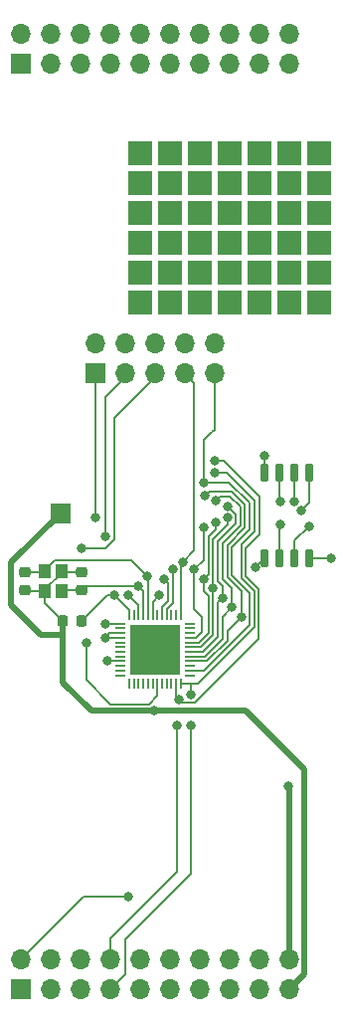
<source format=gbr>
G04 #@! TF.GenerationSoftware,KiCad,Pcbnew,5.99.0-unknown-3100cd3599~128~ubuntu20.04.1*
G04 #@! TF.CreationDate,2021-06-01T14:38:40+02:00*
G04 #@! TF.ProjectId,esp32,65737033-322e-46b6-9963-61645f706362,rev?*
G04 #@! TF.SameCoordinates,Original*
G04 #@! TF.FileFunction,Copper,L1,Top*
G04 #@! TF.FilePolarity,Positive*
%FSLAX46Y46*%
G04 Gerber Fmt 4.6, Leading zero omitted, Abs format (unit mm)*
G04 Created by KiCad (PCBNEW 5.99.0-unknown-3100cd3599~128~ubuntu20.04.1) date 2021-06-01 14:38:40*
%MOMM*%
%LPD*%
G01*
G04 APERTURE LIST*
G04 Aperture macros list*
%AMRoundRect*
0 Rectangle with rounded corners*
0 $1 Rounding radius*
0 $2 $3 $4 $5 $6 $7 $8 $9 X,Y pos of 4 corners*
0 Add a 4 corners polygon primitive as box body*
4,1,4,$2,$3,$4,$5,$6,$7,$8,$9,$2,$3,0*
0 Add four circle primitives for the rounded corners*
1,1,$1+$1,$2,$3*
1,1,$1+$1,$4,$5*
1,1,$1+$1,$6,$7*
1,1,$1+$1,$8,$9*
0 Add four rect primitives between the rounded corners*
20,1,$1+$1,$2,$3,$4,$5,0*
20,1,$1+$1,$4,$5,$6,$7,0*
20,1,$1+$1,$6,$7,$8,$9,0*
20,1,$1+$1,$8,$9,$2,$3,0*%
G04 Aperture macros list end*
G04 #@! TA.AperFunction,SMDPad,CuDef*
%ADD10RoundRect,0.150000X-0.150000X0.650000X-0.150000X-0.650000X0.150000X-0.650000X0.150000X0.650000X0*%
G04 #@! TD*
G04 #@! TA.AperFunction,ComponentPad*
%ADD11R,2.000000X2.000000*%
G04 #@! TD*
G04 #@! TA.AperFunction,SMDPad,CuDef*
%ADD12R,1.000000X1.150000*%
G04 #@! TD*
G04 #@! TA.AperFunction,ComponentPad*
%ADD13R,1.700000X1.700000*%
G04 #@! TD*
G04 #@! TA.AperFunction,ComponentPad*
%ADD14O,1.700000X1.700000*%
G04 #@! TD*
G04 #@! TA.AperFunction,SMDPad,CuDef*
%ADD15RoundRect,0.050000X-0.350000X-0.050000X0.350000X-0.050000X0.350000X0.050000X-0.350000X0.050000X0*%
G04 #@! TD*
G04 #@! TA.AperFunction,SMDPad,CuDef*
%ADD16RoundRect,0.050000X-0.050000X-0.350000X0.050000X-0.350000X0.050000X0.350000X-0.050000X0.350000X0*%
G04 #@! TD*
G04 #@! TA.AperFunction,SMDPad,CuDef*
%ADD17R,4.300000X4.300000*%
G04 #@! TD*
G04 #@! TA.AperFunction,SMDPad,CuDef*
%ADD18RoundRect,0.225000X0.250000X-0.225000X0.250000X0.225000X-0.250000X0.225000X-0.250000X-0.225000X0*%
G04 #@! TD*
G04 #@! TA.AperFunction,SMDPad,CuDef*
%ADD19RoundRect,0.225000X0.225000X0.250000X-0.225000X0.250000X-0.225000X-0.250000X0.225000X-0.250000X0*%
G04 #@! TD*
G04 #@! TA.AperFunction,ViaPad*
%ADD20C,0.800000*%
G04 #@! TD*
G04 #@! TA.AperFunction,Conductor*
%ADD21C,0.200000*%
G04 #@! TD*
G04 #@! TA.AperFunction,Conductor*
%ADD22C,0.500000*%
G04 #@! TD*
G04 #@! TA.AperFunction,Conductor*
%ADD23C,0.250000*%
G04 #@! TD*
G04 APERTURE END LIST*
D10*
X75405000Y-111000000D03*
X74135000Y-111000000D03*
X72865000Y-111000000D03*
X71595000Y-111000000D03*
X71595000Y-118200000D03*
X72865000Y-118200000D03*
X74135000Y-118200000D03*
X75405000Y-118200000D03*
D11*
X76200000Y-83820000D03*
X60960000Y-86360000D03*
X73660000Y-83820000D03*
X66040000Y-96520000D03*
X63500000Y-86360000D03*
X71120000Y-83820000D03*
X60960000Y-96520000D03*
X68580000Y-96520000D03*
X66040000Y-86360000D03*
X68580000Y-83820000D03*
X63500000Y-96520000D03*
X71120000Y-96520000D03*
X68580000Y-93980000D03*
X68580000Y-86360000D03*
X66040000Y-83820000D03*
X76200000Y-96520000D03*
X73660000Y-96520000D03*
X71120000Y-93980000D03*
X71120000Y-86360000D03*
X63500000Y-83820000D03*
X60960000Y-93980000D03*
X66040000Y-93980000D03*
X60960000Y-91440000D03*
X73660000Y-86360000D03*
X60960000Y-83820000D03*
X63500000Y-93980000D03*
X73660000Y-93980000D03*
X66040000Y-91440000D03*
X76200000Y-86360000D03*
X60960000Y-88900000D03*
X71120000Y-91440000D03*
X76200000Y-93980000D03*
X68580000Y-91440000D03*
X68580000Y-88900000D03*
X63500000Y-88900000D03*
X73660000Y-91440000D03*
X63500000Y-91440000D03*
X73660000Y-88900000D03*
X66040000Y-88900000D03*
X76200000Y-91440000D03*
X76200000Y-88900000D03*
X71120000Y-88900000D03*
D12*
X54300000Y-121075000D03*
X54300000Y-119325000D03*
X52900000Y-119325000D03*
X52900000Y-121075000D03*
D13*
X57150000Y-102500000D03*
D14*
X57150000Y-99960000D03*
X59690000Y-102500000D03*
X59690000Y-99960000D03*
X62230000Y-102500000D03*
X62230000Y-99960000D03*
X64770000Y-102500000D03*
X64770000Y-99960000D03*
X67310000Y-102500000D03*
X67310000Y-99960000D03*
D15*
X59300000Y-123800000D03*
X59300000Y-124200000D03*
X59300000Y-124600000D03*
X59300000Y-125000000D03*
X59300000Y-125400000D03*
X59300000Y-125800000D03*
X59300000Y-126200000D03*
X59300000Y-126600000D03*
X59300000Y-127000000D03*
X59300000Y-127400000D03*
X59300000Y-127800000D03*
X59300000Y-128200000D03*
D16*
X60050000Y-128950000D03*
X60450000Y-128950000D03*
X60850000Y-128950000D03*
X61250000Y-128950000D03*
X61650000Y-128950000D03*
X62050000Y-128950000D03*
X62450000Y-128950000D03*
X62850000Y-128950000D03*
X63250000Y-128950000D03*
X63650000Y-128950000D03*
X64050000Y-128950000D03*
X64450000Y-128950000D03*
D15*
X65200000Y-128200000D03*
X65200000Y-127800000D03*
X65200000Y-127400000D03*
X65200000Y-127000000D03*
X65200000Y-126600000D03*
X65200000Y-126200000D03*
X65200000Y-125800000D03*
X65200000Y-125400000D03*
X65200000Y-125000000D03*
X65200000Y-124600000D03*
X65200000Y-124200000D03*
X65200000Y-123800000D03*
D16*
X64450000Y-123050000D03*
X64050000Y-123050000D03*
X63650000Y-123050000D03*
X63250000Y-123050000D03*
X62850000Y-123050000D03*
X62450000Y-123050000D03*
X62050000Y-123050000D03*
X61650000Y-123050000D03*
X61250000Y-123050000D03*
X60850000Y-123050000D03*
X60450000Y-123050000D03*
X60050000Y-123050000D03*
D17*
X62250000Y-126000000D03*
D13*
X54200000Y-114400000D03*
D18*
X51200000Y-120975000D03*
X51200000Y-119425000D03*
D19*
X55975000Y-123600000D03*
X54425000Y-123600000D03*
D18*
X56000000Y-120975000D03*
X56000000Y-119425000D03*
D13*
X50800000Y-76200000D03*
D14*
X50800000Y-73660000D03*
X53340000Y-76200000D03*
X53340000Y-73660000D03*
X55880000Y-76200000D03*
X55880000Y-73660000D03*
X58420000Y-76200000D03*
X58420000Y-73660000D03*
X60960000Y-76200000D03*
X60960000Y-73660000D03*
X63500000Y-76200000D03*
X63500000Y-73660000D03*
X66040000Y-76200000D03*
X66040000Y-73660000D03*
X68580000Y-76200000D03*
X68580000Y-73660000D03*
X71120000Y-76200000D03*
X71120000Y-73660000D03*
X73660000Y-76200000D03*
X73660000Y-73660000D03*
D13*
X50800000Y-154940000D03*
D14*
X50800000Y-152400000D03*
X53340000Y-154940000D03*
X53340000Y-152400000D03*
X55880000Y-154940000D03*
X55880000Y-152400000D03*
X58420000Y-154940000D03*
X58420000Y-152400000D03*
X60960000Y-154940000D03*
X60960000Y-152400000D03*
X63500000Y-154940000D03*
X63500000Y-152400000D03*
X66040000Y-154940000D03*
X66040000Y-152400000D03*
X68580000Y-154940000D03*
X68580000Y-152400000D03*
X71120000Y-154940000D03*
X71120000Y-152400000D03*
X73660000Y-154940000D03*
X73660000Y-152400000D03*
D20*
X77250000Y-118250000D03*
X60000000Y-147000000D03*
X69600000Y-123200000D03*
X68800000Y-122400000D03*
X68000000Y-121600000D03*
X67200000Y-120800000D03*
X66400000Y-120000000D03*
X65600000Y-119200000D03*
X62200000Y-126000000D03*
X62200000Y-131200000D03*
X73600000Y-137600000D03*
X63000000Y-120000000D03*
X63750000Y-119200000D03*
X58200000Y-127000000D03*
X58800000Y-121400000D03*
X61599999Y-119800000D03*
X67310000Y-110998000D03*
X65300000Y-129850000D03*
X65300000Y-132450000D03*
X64262000Y-130302000D03*
X67310000Y-109982000D03*
X64135000Y-132461000D03*
X71600000Y-109500000D03*
X58000000Y-116400000D03*
X60000000Y-121400000D03*
X58000000Y-123800000D03*
X62600000Y-121400000D03*
X56400000Y-125400000D03*
X56000000Y-117400000D03*
X64600000Y-118600000D03*
X66400000Y-111800000D03*
X60800000Y-120600000D03*
X66400000Y-115600000D03*
X70800000Y-119000000D03*
X67400000Y-115200000D03*
X74100000Y-113400000D03*
X68400000Y-114800000D03*
X72900000Y-115400000D03*
X74700000Y-114200000D03*
X68400000Y-113800000D03*
X72900000Y-113400000D03*
X67400000Y-113350000D03*
X66483841Y-112949181D03*
X75394975Y-115494975D03*
X58000000Y-125000000D03*
X57200000Y-114800000D03*
D21*
X71600000Y-109500000D02*
X71600000Y-110995000D01*
X71600000Y-110995000D02*
X71595000Y-111000000D01*
X75405000Y-112195000D02*
X75405000Y-113495000D01*
X75405000Y-111975000D02*
X75405000Y-112195000D01*
X75405000Y-112195000D02*
X75405000Y-111000000D01*
X74135000Y-111975000D02*
X74135000Y-111000000D01*
X74100000Y-113400000D02*
X74135000Y-113365000D01*
X74135000Y-113365000D02*
X74135000Y-111000000D01*
X72865000Y-111975000D02*
X72865000Y-112235000D01*
X72865000Y-112235000D02*
X72865000Y-113365000D01*
X72865000Y-111000000D02*
X72865000Y-112235000D01*
X74135000Y-117225000D02*
X74135000Y-118200000D01*
X72865000Y-117225000D02*
X72865000Y-118200000D01*
X72900000Y-115400000D02*
X72865000Y-115435000D01*
X72865000Y-115435000D02*
X72865000Y-118200000D01*
X75405000Y-118200000D02*
X77200000Y-118200000D01*
X77200000Y-118200000D02*
X77250000Y-118250000D01*
X56200000Y-147000000D02*
X59000000Y-147000000D01*
X59000000Y-147000000D02*
X60000000Y-147000000D01*
X67310000Y-109982000D02*
X68072000Y-109982000D01*
X70000000Y-117352210D02*
X70000000Y-119739976D01*
X68072000Y-109982000D02*
X71120000Y-113030000D01*
X70000000Y-119739976D02*
X71098550Y-120838526D01*
X71120000Y-113030000D02*
X71120000Y-116232210D01*
X71120000Y-116232210D02*
X70000000Y-117352210D01*
X71098550Y-120838526D02*
X71098550Y-125086727D01*
X71098550Y-125086727D02*
X65635766Y-130549511D01*
X65635766Y-130549511D02*
X64509511Y-130549511D01*
X64509511Y-130549511D02*
X64262000Y-130302000D01*
X67310000Y-110998000D02*
X68330402Y-110998000D01*
X70699549Y-113367147D02*
X70699545Y-115952575D01*
X70699031Y-124118969D02*
X69199568Y-125618432D01*
X68330402Y-110998000D02*
X70699549Y-113367147D01*
X70699545Y-115952575D02*
X70465512Y-116186608D01*
X70465512Y-116186608D02*
X70464820Y-116186608D01*
X70464820Y-116186608D02*
X69600000Y-117051428D01*
X69600000Y-117051428D02*
X69600000Y-119904982D01*
X69600000Y-119904982D02*
X70699031Y-121004013D01*
X70699031Y-121004013D02*
X70699031Y-124118969D01*
X66428494Y-127800000D02*
X68800048Y-125428446D01*
X65200000Y-127800000D02*
X66428494Y-127800000D01*
X66428494Y-127800000D02*
X70299511Y-123928983D01*
X70299511Y-123928983D02*
X70299511Y-123099511D01*
X70299511Y-123099511D02*
X70299511Y-123728005D01*
X70299511Y-121169499D02*
X70299511Y-123099511D01*
X66400000Y-111800000D02*
X68567397Y-111800000D01*
X70300029Y-113532633D02*
X70300026Y-115787088D01*
X68799520Y-119669508D02*
X70299511Y-121169499D01*
X68567397Y-111800000D02*
X70300029Y-113532633D01*
X70300026Y-115787088D02*
X70299334Y-115787088D01*
X70299334Y-115787088D02*
X68799520Y-117286902D01*
X68799520Y-117286902D02*
X68799520Y-119669508D01*
X66483841Y-112949181D02*
X66883840Y-112549182D01*
X68400000Y-117121416D02*
X68400000Y-119834994D01*
X66883840Y-112549182D02*
X68750883Y-112549182D01*
X69600000Y-121034994D02*
X69600000Y-123200000D01*
X68750883Y-112549182D02*
X69900020Y-113698321D01*
X69900020Y-113698321D02*
X69900018Y-115621398D01*
X69900018Y-115621398D02*
X68400000Y-117121416D01*
X68400000Y-119834994D02*
X69600000Y-121034994D01*
X67400000Y-113350000D02*
X67799999Y-112950001D01*
X69500010Y-115455708D02*
X68000028Y-116955690D01*
X68000028Y-120000028D02*
X68800000Y-120800000D01*
X67799999Y-112950001D02*
X68586003Y-112950001D01*
X68586003Y-112950001D02*
X69500011Y-113864009D01*
X69500011Y-113864009D02*
X69500010Y-115455708D01*
X68800000Y-120800000D02*
X68800000Y-122400000D01*
X68000028Y-116955690D02*
X68000028Y-120000028D01*
X68400000Y-113800000D02*
X69100001Y-114500001D01*
X69100001Y-114500001D02*
X69100001Y-115290019D01*
X69100001Y-115290019D02*
X67600018Y-116790002D01*
X67600018Y-116790002D02*
X67600018Y-120200018D01*
X67600018Y-120200018D02*
X68000000Y-120600000D01*
X68000000Y-120600000D02*
X68000000Y-121600000D01*
X68400038Y-125262757D02*
X68400038Y-124399962D01*
X68400038Y-124399962D02*
X69600000Y-123200000D01*
X68000028Y-125097068D02*
X68000028Y-123199972D01*
X68000028Y-123199972D02*
X68800000Y-122400000D01*
X67600018Y-121999982D02*
X68000000Y-121600000D01*
X67600018Y-124931379D02*
X67600018Y-121999982D01*
X65200000Y-126200000D02*
X66331397Y-126200000D01*
X66331397Y-126200000D02*
X67600018Y-124931379D01*
X67200000Y-124765682D02*
X67200008Y-124765690D01*
X67200000Y-120800000D02*
X67200000Y-124765682D01*
X67200008Y-124765690D02*
X66165698Y-125800000D01*
X66165698Y-125800000D02*
X65200000Y-125800000D01*
X66800000Y-124600000D02*
X66800000Y-121435277D01*
X66800000Y-121435277D02*
X66400000Y-121035277D01*
X66400000Y-121035277D02*
X66400000Y-120000000D01*
X67200008Y-120799992D02*
X67200000Y-120800000D01*
X67200008Y-116599992D02*
X67200008Y-120799992D01*
X66800000Y-119600000D02*
X66400000Y-120000000D01*
X66800000Y-116400000D02*
X66800000Y-119600000D01*
X66200000Y-124494990D02*
X65694990Y-125000000D01*
X66200000Y-123200000D02*
X66200000Y-124494990D01*
X65600000Y-122600000D02*
X66200000Y-123200000D01*
X65694990Y-125000000D02*
X65200000Y-125000000D01*
X65600000Y-119200000D02*
X65600000Y-122600000D01*
X66400000Y-115600000D02*
X66400000Y-118400000D01*
X66400000Y-118400000D02*
X65600000Y-119200000D01*
X67200008Y-116599992D02*
X68400000Y-115400000D01*
D22*
X74960001Y-153639999D02*
X74960001Y-136160001D01*
X74960001Y-136160001D02*
X70000000Y-131200000D01*
D21*
X54425000Y-123600000D02*
X52900000Y-122075000D01*
X51300000Y-121075000D02*
X51200000Y-120975000D01*
D22*
X73660000Y-154940000D02*
X74960001Y-153639999D01*
X54425000Y-124775000D02*
X54425000Y-123600000D01*
D21*
X54300000Y-119500000D02*
X52900000Y-120900000D01*
D22*
X62250000Y-126000000D02*
X62200000Y-126000000D01*
D21*
X56000000Y-119425000D02*
X54400000Y-119425000D01*
D22*
X56800000Y-131200000D02*
X54425000Y-128825000D01*
D21*
X52900000Y-121075000D02*
X51300000Y-121075000D01*
X52900000Y-120900000D02*
X52900000Y-121075000D01*
D22*
X52524980Y-124775000D02*
X54425000Y-124775000D01*
X62200000Y-131200000D02*
X56800000Y-131200000D01*
D21*
X54300000Y-119325000D02*
X54300000Y-119500000D01*
D22*
X54425000Y-128825000D02*
X54425000Y-124775000D01*
X50000000Y-122250020D02*
X52524980Y-124775000D01*
X50000000Y-118600000D02*
X50000000Y-122250020D01*
X54200000Y-114400000D02*
X50000000Y-118600000D01*
D21*
X52900000Y-122075000D02*
X52900000Y-121075000D01*
D22*
X70000000Y-131200000D02*
X62200000Y-131200000D01*
D21*
X54400000Y-119425000D02*
X54300000Y-119325000D01*
D22*
X73660000Y-137660000D02*
X73600000Y-137600000D01*
X73660000Y-152400000D02*
X73660000Y-137660000D01*
D21*
X62850000Y-122350000D02*
X63349990Y-121850010D01*
X63349990Y-121850010D02*
X63349990Y-120349990D01*
X62850000Y-123050000D02*
X62850000Y-122350000D01*
X63349990Y-120349990D02*
X63000000Y-120000000D01*
X63750000Y-122050000D02*
X63750000Y-119200000D01*
X63250000Y-122550000D02*
X63750000Y-122050000D01*
X63250000Y-123050000D02*
X63250000Y-122550000D01*
X50800000Y-152400000D02*
X56200000Y-147000000D01*
X58200000Y-127000000D02*
X59300000Y-127000000D01*
D23*
X52832000Y-151892000D02*
X53340000Y-152400000D01*
D21*
X60050000Y-123050000D02*
X60050000Y-122650000D01*
X60050000Y-122650000D02*
X58800000Y-121400000D01*
X58800000Y-121400000D02*
X58175000Y-121400000D01*
X58175000Y-121400000D02*
X55975000Y-123600000D01*
X61599999Y-119800000D02*
X60199999Y-118400000D01*
X52800000Y-119425000D02*
X52900000Y-119325000D01*
X61650000Y-119850001D02*
X61599999Y-119800000D01*
X51200000Y-119425000D02*
X52800000Y-119425000D01*
X52900000Y-119225720D02*
X52900000Y-119325000D01*
X53725720Y-118400000D02*
X52900000Y-119225720D01*
X60199999Y-118400000D02*
X53725720Y-118400000D01*
X61650000Y-123050000D02*
X61650000Y-119850001D01*
X64450000Y-128950000D02*
X64450000Y-129000000D01*
X65300000Y-145050000D02*
X59700000Y-150650000D01*
X69199568Y-125618432D02*
X69088000Y-125730000D01*
X59700000Y-150650000D02*
X59700000Y-153660000D01*
X65868000Y-128950000D02*
X65300000Y-128950000D01*
X69199568Y-125618432D02*
X65868000Y-128950000D01*
X65300000Y-128950000D02*
X64450000Y-128950000D01*
X59700000Y-153660000D02*
X58420000Y-154940000D01*
X65300000Y-132450000D02*
X65300000Y-145050000D01*
X65300000Y-129850000D02*
X65300000Y-128950000D01*
X64050000Y-129752000D02*
X64050000Y-128950000D01*
X58420000Y-150622000D02*
X64135000Y-144907000D01*
X64262000Y-130302000D02*
X64050000Y-130090000D01*
X64135000Y-144907000D02*
X64135000Y-132461000D01*
X58420000Y-152400000D02*
X58420000Y-150622000D01*
X64135000Y-132207000D02*
X64135000Y-132461000D01*
X64050000Y-130090000D02*
X64050000Y-129752000D01*
X60850000Y-122250000D02*
X60000000Y-121400000D01*
X58000000Y-104540000D02*
X59690000Y-102850000D01*
X58000000Y-123800000D02*
X59300000Y-123800000D01*
X58000000Y-116400000D02*
X58000000Y-104540000D01*
X59690000Y-102850000D02*
X59690000Y-102500000D01*
X60850000Y-123050000D02*
X60850000Y-122250000D01*
X62050000Y-123050000D02*
X62050000Y-121950000D01*
X62050000Y-121950000D02*
X62600000Y-121400000D01*
X62450000Y-128950000D02*
X62450000Y-129950000D01*
X58800000Y-106280000D02*
X62580000Y-102500000D01*
X58036002Y-117400000D02*
X58800000Y-116636002D01*
X62450000Y-129950000D02*
X61750010Y-130649990D01*
X58800000Y-116636002D02*
X58800000Y-106280000D01*
X58449990Y-130649990D02*
X56400000Y-128600000D01*
X61750010Y-130649990D02*
X58449990Y-130649990D01*
X56200000Y-117400000D02*
X58036002Y-117400000D01*
X56400000Y-128600000D02*
X56400000Y-125400000D01*
X64600000Y-118600000D02*
X65600000Y-117600000D01*
X65600000Y-103330000D02*
X64770000Y-102500000D01*
X64450000Y-123050000D02*
X64450000Y-118750000D01*
X65600000Y-104400000D02*
X65600000Y-103330000D01*
X65600000Y-117600000D02*
X65600000Y-104400000D01*
X64450000Y-118750000D02*
X64600000Y-118600000D01*
X67310000Y-107290000D02*
X67310000Y-102500000D01*
X66400000Y-108200000D02*
X67100000Y-107500000D01*
X66400000Y-111800000D02*
X66400000Y-108200000D01*
X67100000Y-107500000D02*
X67310000Y-107290000D01*
X61250000Y-121050000D02*
X60800000Y-120600000D01*
X54400000Y-120975000D02*
X54300000Y-121075000D01*
X56000000Y-120975000D02*
X56375000Y-120600000D01*
X61250000Y-123050000D02*
X61250000Y-121050000D01*
X56000000Y-120975000D02*
X54400000Y-120975000D01*
X56375000Y-120600000D02*
X60800000Y-120600000D01*
X71595000Y-118205000D02*
X70800000Y-119000000D01*
X66800000Y-124600000D02*
X66000000Y-125400000D01*
X66800000Y-116400000D02*
X67400000Y-115800000D01*
X67400000Y-115800000D02*
X67400000Y-115200000D01*
X66000000Y-125400000D02*
X65200000Y-125400000D01*
X68400000Y-115400000D02*
X68400000Y-114800000D01*
X75405000Y-113495000D02*
X74700000Y-114200000D01*
X68000028Y-125097068D02*
X66497096Y-126600000D01*
X72865000Y-113365000D02*
X72900000Y-113400000D01*
X66497096Y-126600000D02*
X65200000Y-126600000D01*
X74135000Y-116754950D02*
X74135000Y-117225000D01*
X74135000Y-116825267D02*
X74135000Y-117225000D01*
X66662795Y-127000000D02*
X65200000Y-127000000D01*
X68400038Y-125262757D02*
X66662795Y-127000000D01*
X75394975Y-115494975D02*
X74135000Y-116754950D01*
X58000000Y-125000000D02*
X59300000Y-125000000D01*
X58400000Y-124600000D02*
X58000000Y-125000000D01*
X57200000Y-102550000D02*
X57150000Y-102500000D01*
X59300000Y-124600000D02*
X58400000Y-124600000D01*
X57200000Y-114800000D02*
X57200000Y-102550000D01*
M02*

</source>
